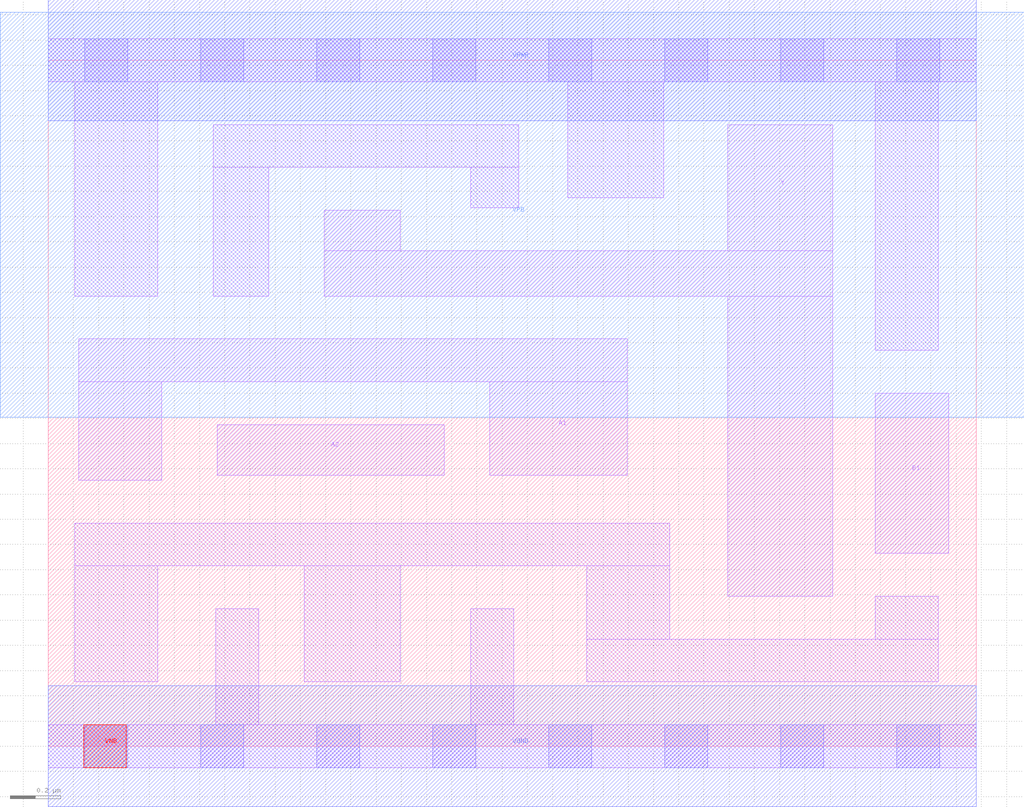
<source format=lef>
# Copyright 2020 The SkyWater PDK Authors
#
# Licensed under the Apache License, Version 2.0 (the "License");
# you may not use this file except in compliance with the License.
# You may obtain a copy of the License at
#
#     https://www.apache.org/licenses/LICENSE-2.0
#
# Unless required by applicable law or agreed to in writing, software
# distributed under the License is distributed on an "AS IS" BASIS,
# WITHOUT WARRANTIES OR CONDITIONS OF ANY KIND, either express or implied.
# See the License for the specific language governing permissions and
# limitations under the License.
#
# SPDX-License-Identifier: Apache-2.0

VERSION 5.7 ;
  NOWIREEXTENSIONATPIN ON ;
  DIVIDERCHAR "/" ;
  BUSBITCHARS "[]" ;
PROPERTYDEFINITIONS
  MACRO maskLayoutSubType STRING ;
  MACRO prCellType STRING ;
  MACRO originalViewName STRING ;
END PROPERTYDEFINITIONS
MACRO sky130_fd_sc_hdll__o21ai_2
  CLASS CORE ;
  FOREIGN sky130_fd_sc_hdll__o21ai_2 ;
  ORIGIN  0.000000  0.000000 ;
  SIZE  3.680000 BY  2.720000 ;
  SYMMETRY X Y R90 ;
  SITE unithd ;
  PIN A1
    ANTENNAGATEAREA  0.555000 ;
    DIRECTION INPUT ;
    USE SIGNAL ;
    PORT
      LAYER li1 ;
        RECT 0.120000 1.055000 0.450000 1.445000 ;
        RECT 0.120000 1.445000 2.295000 1.615000 ;
        RECT 1.750000 1.075000 2.295000 1.445000 ;
    END
  END A1
  PIN A2
    ANTENNAGATEAREA  0.555000 ;
    DIRECTION INPUT ;
    USE SIGNAL ;
    PORT
      LAYER li1 ;
        RECT 0.670000 1.075000 1.570000 1.275000 ;
    END
  END A2
  PIN B1
    ANTENNAGATEAREA  0.555000 ;
    DIRECTION INPUT ;
    USE SIGNAL ;
    PORT
      LAYER li1 ;
        RECT 3.280000 0.765000 3.570000 1.400000 ;
    END
  END B1
  PIN VGND
    ANTENNADIFFAREA  0.500500 ;
    DIRECTION INOUT ;
    USE SIGNAL ;
    PORT
      LAYER met1 ;
        RECT 0.000000 -0.240000 3.680000 0.240000 ;
    END
  END VGND
  PIN VNB
    PORT
      LAYER pwell ;
        RECT 0.140000 -0.085000 0.310000 0.085000 ;
    END
  END VNB
  PIN VPB
    PORT
      LAYER nwell ;
        RECT -0.190000 1.305000 3.870000 2.910000 ;
    END
  END VPB
  PIN VPWR
    ANTENNADIFFAREA  0.995000 ;
    DIRECTION INOUT ;
    USE SIGNAL ;
    PORT
      LAYER met1 ;
        RECT 0.000000 2.480000 3.680000 2.960000 ;
    END
  END VPWR
  PIN Y
    ANTENNADIFFAREA  0.814500 ;
    DIRECTION OUTPUT ;
    USE SIGNAL ;
    PORT
      LAYER li1 ;
        RECT 1.095000 1.785000 3.110000 1.965000 ;
        RECT 1.095000 1.965000 1.395000 2.125000 ;
        RECT 2.695000 0.595000 3.110000 1.785000 ;
        RECT 2.695000 1.965000 3.110000 2.465000 ;
    END
  END Y
  OBS
    LAYER li1 ;
      RECT 0.000000 -0.085000 3.680000 0.085000 ;
      RECT 0.000000  2.635000 3.680000 2.805000 ;
      RECT 0.105000  0.255000 0.435000 0.715000 ;
      RECT 0.105000  0.715000 2.465000 0.885000 ;
      RECT 0.105000  1.785000 0.435000 2.635000 ;
      RECT 0.655000  1.785000 0.875000 2.295000 ;
      RECT 0.655000  2.295000 1.865000 2.465000 ;
      RECT 0.665000  0.085000 0.835000 0.545000 ;
      RECT 1.015000  0.255000 1.395000 0.715000 ;
      RECT 1.675000  0.085000 1.845000 0.545000 ;
      RECT 1.675000  2.135000 1.865000 2.295000 ;
      RECT 2.060000  2.175000 2.440000 2.635000 ;
      RECT 2.135000  0.255000 3.530000 0.425000 ;
      RECT 2.135000  0.425000 2.465000 0.715000 ;
      RECT 3.280000  0.425000 3.530000 0.595000 ;
      RECT 3.280000  1.570000 3.530000 2.635000 ;
    LAYER mcon ;
      RECT 0.145000 -0.085000 0.315000 0.085000 ;
      RECT 0.145000  2.635000 0.315000 2.805000 ;
      RECT 0.605000 -0.085000 0.775000 0.085000 ;
      RECT 0.605000  2.635000 0.775000 2.805000 ;
      RECT 1.065000 -0.085000 1.235000 0.085000 ;
      RECT 1.065000  2.635000 1.235000 2.805000 ;
      RECT 1.525000 -0.085000 1.695000 0.085000 ;
      RECT 1.525000  2.635000 1.695000 2.805000 ;
      RECT 1.985000 -0.085000 2.155000 0.085000 ;
      RECT 1.985000  2.635000 2.155000 2.805000 ;
      RECT 2.445000 -0.085000 2.615000 0.085000 ;
      RECT 2.445000  2.635000 2.615000 2.805000 ;
      RECT 2.905000 -0.085000 3.075000 0.085000 ;
      RECT 2.905000  2.635000 3.075000 2.805000 ;
      RECT 3.365000 -0.085000 3.535000 0.085000 ;
      RECT 3.365000  2.635000 3.535000 2.805000 ;
  END
  PROPERTY maskLayoutSubType "abstract" ;
  PROPERTY prCellType "standard" ;
  PROPERTY originalViewName "layout" ;
END sky130_fd_sc_hdll__o21ai_2
END LIBRARY

</source>
